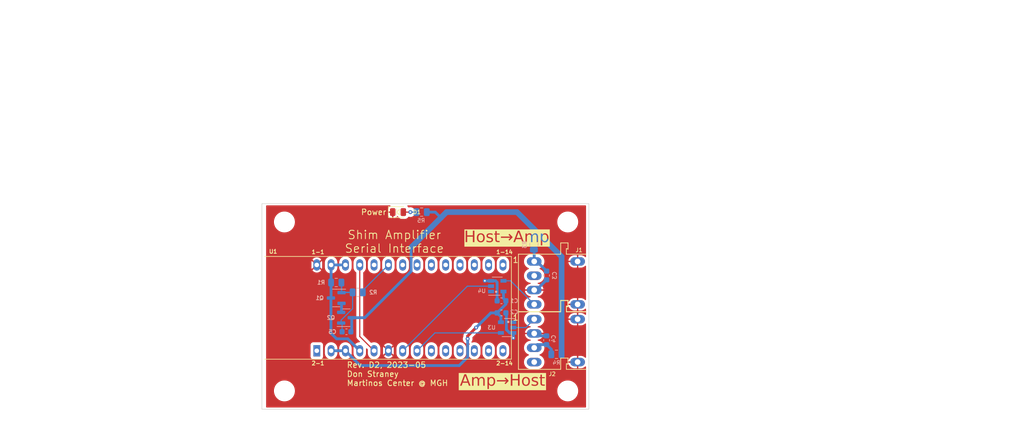
<source format=kicad_pcb>
(kicad_pcb (version 20241229) (generator "pcbnew") (generator_version "9.0")
  (title_block (title "Shim Amplifier: Serial Interface") (rev "D1") (company "Martinos Center @ MGH") (comment 1 "Don Straney"))
  (layers (0 "F.Cu" signal) (2 "B.Cu" signal) (13 "F.Paste" user) (15 "B.Paste" user) (5 "F.SilkS" user "F.Silkscreen") (7 "B.SilkS" user "B.Silkscreen") (1 "F.Mask" user) (3 "B.Mask" user) (25 "Edge.Cuts" user))
  (net 0 "")
  (net 1 "GND")
  (net 2 "+3V3")
  (net 3 "Net-(J1-VCCT)")
  (net 4 "Net-(J2-VCCR)")
  (net 5 "Net-(Q1-G)")
  (net 6 "Net-(D1-A)")
  (net 8 "Net-(J1-Data_in)")
  (net 9 "Net-(J2-Data_Out)")
  (net 11 "Net-(Q1-S)")
  (net 12 "Net-(Q1-D)")
  (net 13 "/~{PWREN}")
  (net 14 "Net-(U1-PU1)")
  (net 17 "+5V")
  (net 24 "/Tx")
  (net 26 "/Rx")
  (footprint "MountingHole:MountingHole_3.2mm_M3" (layer "F.Cu") (at 165.25 123)
    (property "Reference" "H3" (hide yes))
    (property "Value" "#4 / M3" (hide yes))
    (pad "" np_thru_hole circle (at 0 0) (size 3.2 3.2) (drill 3.2) (layers "*.Cu" "*.Mask"))
  )
  (footprint "Martinos:AFBR-xx2xZ" (layer "F.Cu") (at 165.00388 103.82 -90)
    (property "Reference" "J1" (at -5.82 -2.24612 180) (layer "F.SilkS") (effects (font (size 0.7 0.7) (thickness 0.12))))
    (property "Value" "AFBR-1624Z" (hide yes))
    (fp_line (start 5.1 8.5) (end -5.1 8.5) (stroke (width 0.13)) (layer "F.SilkS"))
    (fp_line (start -5.1 1.00076) (end -5.1 8.5) (stroke (width 0.13)) (layer "F.SilkS"))
    (fp_line (start 5.1 1.00076) (end 5.1 8.5) (stroke (width 0.13)) (layer "F.SilkS"))
    (fp_line (start -7.1 1) (end -7.1 -0.3) (stroke (width 0.13)) (layer "F.SilkS"))
    (fp_line (start -5.1 1) (end -7.1 1) (stroke (width 0.13)) (layer "F.SilkS"))
    (fp_line (start 3.1 1) (end 3.1 -0.3) (stroke (width 0.13)) (layer "F.SilkS"))
    (fp_line (start 5.1 1) (end 3.1 1) (stroke (width 0.13)) (layer "F.SilkS"))
    (fp_line (start -6.1 0) (end -5.1 0) (stroke (width 0.13)) (layer "F.SilkS"))
    (fp_line (start -5.1 0) (end -5.1 -3.5) (stroke (width 0.13)) (layer "F.SilkS"))
    (fp_line (start 4.1 0) (end 5.1 0) (stroke (width 0.13)) (layer "F.SilkS"))
    (fp_line (start 5.1 0) (end 5.1 -3.5) (stroke (width 0.13)) (layer "F.SilkS"))
    (fp_line (start -7.1 -0.3) (end -6 -0.3) (stroke (width 0.13)) (layer "F.SilkS"))
    (fp_line (start -6 -0.3) (end -6.1 0) (stroke (width 0.13)) (layer "F.SilkS"))
    (fp_line (start 3.1 -0.3) (end 4.2 -0.3) (stroke (width 0.13)) (layer "F.SilkS"))
    (fp_line (start 4.2 -0.3) (end 4.1 0) (stroke (width 0.13)) (layer "F.SilkS"))
    (fp_text user "1" (at -4.07 9.00388 180) (layer "F.SilkS"))
    (pad "1" thru_hole oval (at -3.81 5.7 270) (size 1.5 2.6) (drill 1) (layers "*.Cu" "*.Mask") (net 3 "Net-(J1-VCCT)"))
    (pad "2" thru_hole oval (at -1.27 5.7 270) (size 1.5 2.6) (drill 1) (layers "*.Cu" "*.Mask"))
    (pad "3" thru_hole oval (at 1.27 5.7 270) (size 1.5 2.6) (drill 1) (layers "*.Cu" "*.Mask") (net 1 "GND"))
    (pad "4" thru_hole oval (at 3.81 5.7 270) (size 1.5 2.6) (drill 1) (layers "*.Cu" "*.Mask") (net 8 "Net-(J1-Data_in)"))
    (pad "5" thru_hole oval (at 3.81 -2 270) (size 1.5 2.6) (drill 1) (layers "*.Cu" "*.Mask") (net 1 "GND"))
    (pad "8" thru_hole oval (at -3.81 -2 270) (size 1.5 2.6) (drill 1) (layers "*.Cu" "*.Mask") (net 1 "GND"))
  )
  (footprint "Don:FTDI_UM232H" (layer "F.Cu") (at 137.25 108.25)
    (property "Reference" "U1" (at -24.25 -10 180) (layer "F.SilkS") (effects (font (size 0.7 0.7))))
    (property "Value" "UM232H")
    (fp_line (start -25.75 9.125) (end 18 9.125) (stroke (width 0.12)) (layer "F.SilkS"))
    (fp_line (start 18 -9.125) (end -25.75 -9.125) (stroke (width 0.12)) (layer "F.SilkS"))
    (fp_line (start 18 9.125) (end 18 -9.125) (stroke (width 0.12)) (layer "F.SilkS"))
    (fp_text user "1-14" (at 15.25 -9.5 0) (layer "F.SilkS") (effects (font (size 0.7 0.7) (thickness 0.15) (bold yes)) (justify left bottom)))
    (fp_text user "2-1" (at -17.5 10.25 0) (layer "F.SilkS") (effects (font (size 0.7 0.7) (thickness 0.15) (bold yes)) (justify left bottom)))
    (fp_text user "1-1" (at -17.5 -9.5 0) (layer "F.SilkS") (effects (font (size 0.7 0.7) (thickness 0.15) (bold yes)) (justify left bottom)))
    (fp_text user "2-14" (at 15.25 10.25 0) (layer "F.SilkS") (effects (font (size 0.7 0.7) (thickness 0.15) (bold yes)) (justify left bottom)))
    (pad "1-1" thru_hole oval (at -16.51 -7.62) (size 1.2 2) (drill 0.8) (layers "*.Cu" "*.Mask") (net 1 "GND"))
    (pad "1-2" thru_hole oval (at -13.97 -7.62) (size 1.2 2) (drill 0.8) (layers "*.Cu" "*.Mask") (net 12 "Net-(Q1-D)"))
    (pad "1-3" thru_hole oval (at -11.43 -7.62) (size 1.2 2) (drill 0.8) (layers "*.Cu" "*.Mask") (net 12 "Net-(Q1-D)"))
    (pad "1-4" thru_hole oval (at -8.89 -7.62) (size 1.2 2) (drill 0.8) (layers "*.Cu" "*.Mask") (net 14 "Net-(U1-PU1)"))
    (pad "1-5" thru_hole oval (at -6.35 -7.62) (size 1.2 2) (drill 0.8) (layers "*.Cu" "*.Mask"))
    (pad "1-6" thru_hole oval (at -3.81 -7.62) (size 1.2 2) (drill 0.8) (layers "*.Cu" "*.Mask") (net 13 "/~{PWREN}"))
    (pad "1-7" thru_hole oval (at -1.27 -7.62) (size 1.2 2) (drill 0.8) (layers "*.Cu" "*.Mask"))
    (pad "1-8" thru_hole oval (at 1.27 -7.62) (size 1.2 2) (drill 0.8) (layers "*.Cu" "*.Mask"))
    (pad "1-9" thru_hole oval (at 3.81 -7.62) (size 1.2 2) (drill 0.8) (layers "*.Cu" "*.Mask"))
    (pad "1-10" thru_hole oval (at 6.35 -7.62) (size 1.2 2) (drill 0.8) (layers "*.Cu" "*.Mask"))
    (pad "1-11" thru_hole oval (at 8.89 -7.62) (size 1.2 2) (drill 0.8) (layers "*.Cu" "*.Mask"))
    (pad "1-12" thru_hole oval (at 11.43 -7.62) (size 1.2 2) (drill 0.8) (layers "*.Cu" "*.Mask"))
    (pad "1-13" thru_hole oval (at 13.97 -7.62) (size 1.2 2) (drill 0.8) (layers "*.Cu" "*.Mask"))
    (pad "1-14" thru_hole oval (at 16.51 -7.62) (size 1.2 2) (drill 0.8) (layers "*.Cu" "*.Mask"))
    (pad "2-1" thru_hole rect (at -16.51 7.62) (size 1.2 2) (drill 0.8) (layers "*.Cu" "*.Mask"))
    (pad "2-2" thru_hole oval (at -13.97 7.62) (size 1.2 2) (drill 0.8) (layers "*.Cu" "*.Mask") (net 2 "+3V3"))
    (pad "2-3" thru_hole oval (at -11.43 7.62) (size 1.2 2) (drill 0.8) (layers "*.Cu" "*.Mask") (net 2 "+3V3"))
    (pad "2-4" thru_hole oval (at -8.89 7.62) (size 1.2 2) (drill 0.8) (layers "*.Cu" "*.Mask") (net 12 "Net-(Q1-D)"))
    (pad "2-5" thru_hole oval (at -6.35 7.62) (size 1.2 2) (drill 0.8) (layers "*.Cu" "*.Mask") (net 14 "Net-(U1-PU1)"))
    (pad "2-6" thru_hole oval (at -3.81 7.62) (size 1.2 2) (drill 0.8) (layers "*.Cu" "*.Mask") (net 1 "GND"))
    (pad "2-7" thru_hole oval (at -1.27 7.62) (size 1.2 2) (drill 0.8) (layers "*.Cu" "*.Mask") (net 24 "/Tx"))
    (pad "2-8" thru_hole oval (at 1.27 7.62) (size 1.2 2) (drill 0.8) (layers "*.Cu" "*.Mask") (net 26 "/Rx"))
    (pad "2-9" thru_hole oval (at 3.81 7.62) (size 1.2 2) (drill 0.8) (layers "*.Cu" "*.Mask"))
    (pad "2-10" thru_hole oval (at 6.35 7.62) (size 1.2 2) (drill 0.8) (layers "*.Cu" "*.Mask"))
    (pad "2-11" thru_hole oval (at 8.89 7.62) (size 1.2 2) (drill 0.8) (layers "*.Cu" "*.Mask"))
    (pad "2-12" thru_hole oval (at 11.43 7.62) (size 1.2 2) (drill 0.8) (layers "*.Cu" "*.Mask"))
    (pad "2-13" thru_hole oval (at 13.97 7.62) (size 1.2 2) (drill 0.8) (layers "*.Cu" "*.Mask"))
    (pad "2-14" thru_hole oval (at 16.51 7.62) (size 1.2 2) (drill 0.8) (layers "*.Cu" "*.Mask"))
  )
  (footprint "Martinos:AFBR-xx2xZ" (layer "F.Cu") (at 165.00388 114.07 -90)
    (property "Reference" "J2" (at 5.93 2.50388 0) (layer "F.SilkS") (effects (font (size 0.7 0.7) (thickness 0.12))))
    (property "Value" "AFBR-2624Z" (hide yes))
    (fp_line (start 5.1 8.5) (end -5.1 8.5) (stroke (width 0.13)) (layer "F.SilkS"))
    (fp_line (start -5.1 1.00076) (end -5.1 8.5) (stroke (width 0.13)) (layer "F.SilkS"))
    (fp_line (start 5.1 1.00076) (end 5.1 8.5) (stroke (width 0.13)) (layer "F.SilkS"))
    (fp_line (start -7.1 1) (end -7.1 -0.3) (stroke (width 0.13)) (layer "F.SilkS"))
    (fp_line (start -5.1 1) (end -7.1 1) (stroke (width 0.13)) (layer "F.SilkS"))
    (fp_line (start 3.1 1) (end 3.1 -0.3) (stroke (width 0.13)) (layer "F.SilkS"))
    (fp_line (start 5.1 1) (end 3.1 1) (stroke (width 0.13)) (layer "F.SilkS"))
    (fp_line (start -6.1 0) (end -5.1 0) (stroke (width 0.13)) (layer "F.SilkS"))
    (fp_line (start -5.1 0) (end -5.1 -3.5) (stroke (width 0.13)) (layer "F.SilkS"))
    (fp_line (start 4.1 0) (end 5.1 0) (stroke (width 0.13)) (layer "F.SilkS"))
    (fp_line (start 5.1 0) (end 5.1 -3.5) (stroke (width 0.13)) (layer "F.SilkS"))
    (fp_line (start -7.1 -0.3) (end -6 -0.3) (stroke (width 0.13)) (layer "F.SilkS"))
    (fp_line (start -6 -0.3) (end -6.1 0) (stroke (width 0.13)) (layer "F.SilkS"))
    (fp_line (start 3.1 -0.3) (end 4.2 -0.3) (stroke (width 0.13)) (layer "F.SilkS"))
    (fp_line (start 4.2 -0.3) (end 4.1 0) (stroke (width 0.13)) (layer "F.SilkS"))
    (fp_text user "1" (at -4.07 9.00388 180) (layer "F.SilkS"))
    (pad "1" thru_hole oval (at -3.81 5.7 270) (size 1.5 2.6) (drill 1) (layers "*.Cu" "*.Mask") (net 9 "Net-(J2-Data_Out)"))
    (pad "2" thru_hole oval (at -1.27 5.7 270) (size 1.5 2.6) (drill 1) (layers "*.Cu" "*.Mask") (net 1 "GND"))
    (pad "3" thru_hole oval (at 1.27 5.7 270) (size 1.5 2.6) (drill 1) (layers "*.Cu" "*.Mask") (net 4 "Net-(J2-VCCR)"))
    (pad "4" thru_hole oval (at 3.81 5.7 270) (size 1.5 2.6) (drill 1) (layers "*.Cu" "*.Mask"))
    (pad "5" thru_hole oval (at 3.81 -2 270) (size 1.5 2.6) (drill 1) (layers "*.Cu" "*.Mask") (net 1 "GND"))
    (pad "8" thru_hole oval (at -3.81 -2 270) (size 1.5 2.6) (drill 1) (layers "*.Cu" "*.Mask") (net 1 "GND"))
  )
  (footprint "Martinos_std:LED_0805_2012Metric" (layer "F.Cu") (at 135.15 91.25)
    (property "Reference" "D1" (at 3.35 0 0) (layer "F.SilkS") (effects (font (size 0.7 0.7) (thickness 0.12))))
    (property "Value" "Green" (hide yes))
    (fp_line (start -1.685 -0.96) (end -1.685 0.96) (stroke (width 0.12)) (layer "F.SilkS"))
    (fp_line (start -1.685 0.96) (end 1 0.96) (stroke (width 0.12)) (layer "F.SilkS"))
    (fp_line (start -0.25 -0.6) (end -0.25 0.6) (stroke (width 0.12)) (layer "F.SilkS"))
    (fp_line (start -0.25 0) (end 0.25 -0.5) (stroke (width 0.12)) (layer "F.SilkS"))
    (fp_line (start 0.25 -0.5) (end 0.25 0.5) (stroke (width 0.12)) (layer "F.SilkS"))
    (fp_line (start 0.25 0.5) (end -0.25 0) (stroke (width 0.12)) (layer "F.SilkS"))
    (fp_line (start 1 -0.96) (end -1.685 -0.96) (stroke (width 0.12)) (layer "F.SilkS"))
    (pad "1" smd roundrect (at -0.9375 0) (size 0.975 1.4) (layers "F.Cu" "F.Mask" "F.Paste") (net 1 "GND"))
    (pad "2" smd roundrect (at 0.9375 0) (size 0.975 1.4) (layers "F.Cu" "F.Mask" "F.Paste") (net 6 "Net-(D1-A)"))
  )
  (footprint "MountingHole:MountingHole_3.2mm_M3" (layer "F.Cu") (at 115 123)
    (property "Reference" "H1" (hide yes))
    (property "Value" "#4 / M3" (hide yes))
    (pad "" np_thru_hole circle (at 0 0) (size 3.2 3.2) (drill 3.2) (layers "*.Cu" "*.Mask"))
  )
  (footprint "MountingHole:MountingHole_3.2mm_M3" (layer "F.Cu") (at 165.25 93)
    (property "Reference" "H4" (hide yes))
    (property "Value" "#4 / M3" (hide yes))
    (pad "" np_thru_hole circle (at 0 0) (size 3.2 3.2) (drill 3.2) (layers "*.Cu" "*.Mask"))
  )
  (footprint "MountingHole:MountingHole_3.2mm_M3" (layer "F.Cu") (at 115 93)
    (property "Reference" "H2" (hide yes))
    (property "Value" "#4 / M3" (hide yes))
    (pad "" np_thru_hole circle (at 0 0) (size 3.2 3.2) (drill 3.2) (layers "*.Cu" "*.Mask"))
  )
  (footprint "Package_TO_SOT_SMD:SOT-23" (layer "B.Cu") (at 126 110)
    (property "Reference" "Q2" (at -2.75 0 0) (layer "B.SilkS") (effects (font (size 0.7 0.7)) (justify mirror)))
    (property "Value" "??")
    (fp_line (start 0 -1.56) (end -0.65 -1.56) (stroke (width 0.12)) (layer "B.SilkS"))
    (fp_line (start 0 -1.56) (end 0.65 -1.56) (stroke (width 0.12)) (layer "B.SilkS"))
    (fp_line (start 0 1.56) (end -1.675 1.56) (stroke (width 0.12)) (layer "B.SilkS"))
    (fp_line (start 0 1.56) (end 0.65 1.56) (stroke (width 0.12)) (layer "B.SilkS"))
    (pad "1" smd roundrect (at -0.9375 0.95) (size 1.475 0.6) (layers "B.Cu" "B.Mask" "B.Paste") (net 5 "Net-(Q1-G)"))
    (pad "2" smd roundrect (at -0.9375 -0.95) (size 1.475 0.6) (layers "B.Cu" "B.Mask" "B.Paste") (net 11 "Net-(Q1-S)"))
    (pad "3" smd roundrect (at 0.9375 0) (size 1.475 0.6) (layers "B.Cu" "B.Mask" "B.Paste") (net 17 "+5V"))
  )
  (footprint "Capacitor_SMD:C_0603_1608Metric" (layer "B.Cu") (at 161.5 102.5 90)
    (property "Reference" "C3" (at 0 1.43 90) (layer "B.SilkS") (effects (font (size 0.7 0.7) (thickness 0.12)) (justify mirror)))
    (property "Value" "1uF 16V X7R" (hide yes))
    (fp_line (start -0.14058 -0.51) (end 0.14058 -0.51) (stroke (width 0.12)) (layer "B.SilkS"))
    (fp_line (start -0.14058 0.51) (end 0.14058 0.51) (stroke (width 0.12)) (layer "B.SilkS"))
    (pad "1" smd roundrect (at -0.775 0 90) (size 0.9 0.95) (layers "B.Cu" "B.Mask" "B.Paste") (net 1 "GND"))
    (pad "2" smd roundrect (at 0.775 0 90) (size 0.9 0.95) (layers "B.Cu" "B.Mask" "B.Paste") (net 3 "Net-(J1-VCCT)"))
  )
  (footprint "Package_TO_SOT_SMD:SOT-23" (layer "B.Cu") (at 124.1875 106.5 180)
    (property "Reference" "Q1" (at 2.9375 0 0) (layer "B.SilkS") (effects (font (size 0.7 0.7)) (justify mirror)))
    (property "Value" "??")
    (fp_line (start 0 1.56) (end 0.65 1.56) (stroke (width 0.12)) (layer "B.SilkS"))
    (fp_line (start 0 1.56) (end -1.675 1.56) (stroke (width 0.12)) (layer "B.SilkS"))
    (fp_line (start 0 -1.56) (end 0.65 -1.56) (stroke (width 0.12)) (layer "B.SilkS"))
    (fp_line (start 0 -1.56) (end -0.65 -1.56) (stroke (width 0.12)) (layer "B.SilkS"))
    (pad "1" smd roundrect (at -0.9375 0.95 180) (size 1.475 0.6) (layers "B.Cu" "B.Mask" "B.Paste") (net 5 "Net-(Q1-G)"))
    (pad "2" smd roundrect (at -0.9375 -0.95 180) (size 1.475 0.6) (layers "B.Cu" "B.Mask" "B.Paste") (net 11 "Net-(Q1-S)"))
    (pad "3" smd roundrect (at 0.9375 0 180) (size 1.475 0.6) (layers "B.Cu" "B.Mask" "B.Paste") (net 12 "Net-(Q1-D)"))
  )
  (footprint "Resistor_SMD:R_0805_2012Metric" (layer "B.Cu") (at 124.1875 103.75)
    (property "Reference" "R1" (at -2.6875 0 0) (layer "B.SilkS") (effects (font (size 0.7 0.7)) (justify mirror)))
    (property "Value" "100K")
    (fp_line (start -0.227064 -0.735) (end 0.227064 -0.735) (stroke (width 0.12)) (layer "B.SilkS"))
    (fp_line (start -0.227064 0.735) (end 0.227064 0.735) (stroke (width 0.12)) (layer "B.SilkS"))
    (pad "1" smd roundrect (at -0.9125 0) (size 1.025 1.4) (layers "B.Cu" "B.Mask" "B.Paste") (roundrect_rratio 0.243902) (net 12 "Net-(Q1-D)"))
    (pad "2" smd roundrect (at 0.9125 0) (size 1.025 1.4) (layers "B.Cu" "B.Mask" "B.Paste") (roundrect_rratio 0.243902) (net 5 "Net-(Q1-G)"))
  )
  (footprint "Resistor_SMD:R_0805_2012Metric" (layer "B.Cu") (at 128 105.5)
    (property "Reference" "R2" (at 2.75 0 0) (layer "B.SilkS") (effects (font (size 0.7 0.7)) (justify mirror)))
    (property "Value" "1K")
    (fp_line (start -0.227064 -0.735) (end 0.227064 -0.735) (stroke (width 0.12)) (layer "B.SilkS"))
    (fp_line (start -0.227064 0.735) (end 0.227064 0.735) (stroke (width 0.12)) (layer "B.SilkS"))
    (pad "1" smd roundrect (at -0.9125 0) (size 1.025 1.4) (layers "B.Cu" "B.Mask" "B.Paste") (roundrect_rratio 0.243902) (net 5 "Net-(Q1-G)"))
    (pad "2" smd roundrect (at 0.9125 0) (size 1.025 1.4) (layers "B.Cu" "B.Mask" "B.Paste") (roundrect_rratio 0.243902) (net 13 "/~{PWREN}"))
  )
  (footprint "Capacitor_SMD:C_0603_1608Metric" (layer "B.Cu") (at 153.5 109.15 180)
    (property "Reference" "C1" (at -2.25 2.15 0) (layer "B.SilkS") (effects (font (size 0.7 0.7) (thickness 0.12)) (justify mirror)))
    (property "Value" "1uF 16V X7R" (hide yes))
    (fp_line (start -0.14058 0.51) (end 0.14058 0.51) (stroke (width 0.12)) (layer "B.SilkS"))
    (fp_line (start -0.14058 -0.51) (end 0.14058 -0.51) (stroke (width 0.12)) (layer "B.SilkS"))
    (pad "1" smd roundrect (at -0.775 0 180) (size 0.9 0.95) (layers "B.Cu" "B.Mask" "B.Paste") (net 1 "GND"))
    (pad "2" smd roundrect (at 0.775 0 180) (size 0.9 0.95) (layers "B.Cu" "B.Mask" "B.Paste") (net 2 "+3V3"))
  )
  (footprint "Resistor_SMD:R_0805_2012Metric" (layer "B.Cu") (at 163.25 116.5 180)
    (property "Reference" "R4" (at 0 -1.5 0) (layer "B.SilkS") (effects (font (size 0.7 0.7) (thickness 0.12)) (justify mirror)))
    (property "Value" "1" (hide yes))
    (fp_line (start -0.227064 0.735) (end 0.227064 0.735) (stroke (width 0.12)) (layer "B.SilkS"))
    (fp_line (start -0.227064 -0.735) (end 0.227064 -0.735) (stroke (width 0.12)) (layer "B.SilkS"))
    (pad "1" smd roundrect (at -0.9125 0 180) (size 1.025 1.4) (layers "B.Cu" "B.Mask" "B.Paste") (roundrect_rratio 0.243902439) (net 17 "+5V"))
    (pad "2" smd roundrect (at 0.9125 0 180) (size 1.025 1.4) (layers "B.Cu" "B.Mask" "B.Paste") (roundrect_rratio 0.243902439) (net 4 "Net-(J2-VCCR)"))
  )
  (footprint "Capacitor_SMD:C_0603_1608Metric" (layer "B.Cu") (at 153.5 107)
    (property "Reference" "C2" (at 2.25 2 0) (layer "B.SilkS") (effects (font (size 0.7 0.7) (thickness 0.12)) (justify mirror)))
    (property "Value" "1uF 16V X7R" (hide yes))
    (fp_line (start -0.14058 -0.51) (end 0.14058 -0.51) (stroke (width 0.12)) (layer "B.SilkS"))
    (fp_line (start -0.14058 0.51) (end 0.14058 0.51) (stroke (width 0.12)) (layer "B.SilkS"))
    (pad "1" smd roundrect (at -0.775 0) (size 0.9 0.95) (layers "B.Cu" "B.Mask" "B.Paste") (net 1 "GND"))
    (pad "2" smd roundrect (at 0.775 0) (size 0.9 0.95) (layers "B.Cu" "B.Mask" "B.Paste") (net 2 "+3V3"))
  )
  (footprint "Capacitor_SMD:C_0603_1608Metric" (layer "B.Cu") (at 161.5 114 -90)
    (property "Reference" "C4" (at -0.25 -1.25 90) (layer "B.SilkS") (effects (font (size 0.7 0.7) (thickness 0.12)) (justify mirror)))
    (property "Value" "1uF 16V X7R" (hide yes))
    (fp_line (start -0.14058 0.51) (end 0.14058 0.51) (stroke (width 0.12)) (layer "B.SilkS"))
    (fp_line (start -0.14058 -0.51) (end 0.14058 -0.51) (stroke (width 0.12)) (layer "B.SilkS"))
    (pad "1" smd roundrect (at -0.775 0 270) (size 0.9 0.95) (layers "B.Cu" "B.Mask" "B.Paste") (net 1 "GND"))
    (pad "2" smd roundrect (at 0.775 0 270) (size 0.9 0.95) (layers "B.Cu" "B.Mask" "B.Paste") (net 4 "Net-(J2-VCCR)"))
  )
  (footprint "Martinos_std:SOT-23-5" (layer "B.Cu") (at 152.75 104.4)
    (property "Reference" "U4" (at -2.75 0.85 0) (layer "B.SilkS") (effects (font (size 0.7 0.7) (thickness 0.12)) (justify mirror)))
    (property "Value" "74LVC1G14" (hide yes))
    (fp_line (start -0.9 -1.61) (end 0.9 -1.61) (stroke (width 0.12)) (layer "B.SilkS"))
    (fp_line (start 0.5 1.61) (end -1.55 1.61) (stroke (width 0.12)) (layer "B.SilkS"))
    (fp_circle (center -0.2 1) (end -0.1 1) (stroke (width 0.2)) (fill no) (layer "B.SilkS"))
    (pad "1" smd rect (at -1.1 0.95) (size 1.06 0.65) (layers "B.Cu" "B.Mask" "B.Paste"))
    (pad "2" smd rect (at -1.1 0) (size 1.06 0.65) (layers "B.Cu" "B.Mask" "B.Paste") (net 24 "/Tx"))
    (pad "3" smd rect (at -1.1 -0.95) (size 1.06 0.65) (layers "B.Cu" "B.Mask" "B.Paste") (net 1 "GND"))
    (pad "4" smd rect (at 1.1 -0.95) (size 1.06 0.65) (layers "B.Cu" "B.Mask" "B.Paste") (net 8 "Net-(J1-Data_in)"))
    (pad "5" smd rect (at 1.1 0.95) (size 1.06 0.65) (layers "B.Cu" "B.Mask" "B.Paste") (net 2 "+3V3"))
  )
  (footprint "Martinos_std:SOT-23-5" (layer "B.Cu") (at 154.5 111.75 180)
    (property "Reference" "U3" (at 2.75 0 0) (layer "B.SilkS") (effects (font (size 0.7 0.7) (thickness 0.12)) (justify mirror)))
    (property "Value" "74LVC1G14" (hide yes))
    (fp_line (start 0.5 1.61) (end -1.55 1.61) (stroke (width 0.12)) (layer "B.SilkS"))
    (fp_line (start -0.9 -1.61) (end 0.9 -1.61) (stroke (width 0.12)) (layer "B.SilkS"))
    (fp_circle (center -0.2 1) (end -0.1 1) (stroke (width 0.2)) (fill no) (layer "B.SilkS"))
    (pad "1" smd rect (at -1.1 0.95 180) (size 1.06 0.65) (layers "B.Cu" "B.Mask" "B.Paste"))
    (pad "2" smd rect (at -1.1 0 180) (size 1.06 0.65) (layers "B.Cu" "B.Mask" "B.Paste") (net 9 "Net-(J2-Data_Out)"))
    (pad "3" smd rect (at -1.1 -0.95 180) (size 1.06 0.65) (layers "B.Cu" "B.Mask" "B.Paste") (net 1 "GND"))
    (pad "4" smd rect (at 1.1 -0.95 180) (size 1.06 0.65) (layers "B.Cu" "B.Mask" "B.Paste") (net 26 "/Rx"))
    (pad "5" smd rect (at 1.1 0.95 180) (size 1.06 0.65) (layers "B.Cu" "B.Mask" "B.Paste") (net 2 "+3V3"))
  )
  (footprint "Resistor_SMD:R_0805_2012Metric" (layer "B.Cu") (at 159.25 97 -90)
    (property "Reference" "R3" (at 0 1.65 90) (layer "B.SilkS") (effects (font (size 0.7 0.7) (thickness 0.12)) (justify mirror)))
    (property "Value" "1" (hide yes))
    (fp_line (start -0.227064 0.735) (end 0.227064 0.735) (stroke (width 0.12)) (layer "B.SilkS"))
    (fp_line (start -0.227064 -0.735) (end 0.227064 -0.735) (stroke (width 0.12)) (layer "B.SilkS"))
    (pad "1" smd roundrect (at -0.9125 0 270) (size 1.025 1.4) (layers "B.Cu" "B.Mask" "B.Paste") (roundrect_rratio 0.243902439) (net 17 "+5V"))
    (pad "2" smd roundrect (at 0.9125 0 270) (size 1.025 1.4) (layers "B.Cu" "B.Mask" "B.Paste") (roundrect_rratio 0.243902439) (net 3 "Net-(J1-VCCT)"))
  )
  (footprint "Resistor_SMD:R_0805_2012Metric" (layer "B.Cu") (at 139.3375 91.25 180)
    (property "Reference" "R5" (at 0.0875 -1.5 0) (layer "B.SilkS") (effects (font (size 0.7 0.7) (thickness 0.12)) (justify mirror)))
    (property "Value" "3.3K" (hide yes))
    (fp_line (start -0.227064 0.735) (end 0.227064 0.735) (stroke (width 0.12)) (layer "B.SilkS"))
    (fp_line (start -0.227064 -0.735) (end 0.227064 -0.735) (stroke (width 0.12)) (layer "B.SilkS"))
    (pad "1" smd roundrect (at -0.9125 0 180) (size 1.025 1.4) (layers "B.Cu" "B.Mask" "B.Paste") (roundrect_rratio 0.243902439) (net 17 "+5V"))
    (pad "2" smd roundrect (at 0.9125 0 180) (size 1.025 1.4) (layers "B.Cu" "B.Mask" "B.Paste") (roundrect_rratio 0.243902439) (net 6 "Net-(D1-A)"))
  )
  (footprint "Capacitor_SMD:C_0603_1608Metric" (layer "B.Cu") (at 126 112.5)
    (property "Reference" "C5" (at -2.5 0 0) (layer "B.SilkS") (effects (font (size 0.7 0.7)) (justify mirror)))
    (property "Value" "100nF 50V X7R")
    (fp_line (start -0.14058 -0.51) (end 0.14058 -0.51) (stroke (width 0.12)) (layer "B.SilkS"))
    (fp_line (start -0.14058 0.51) (end 0.14058 0.51) (stroke (width 0.12)) (layer "B.SilkS"))
    (pad "1" smd roundrect (at -0.775 0) (size 0.9 0.95) (layers "B.Cu" "B.Mask" "B.Paste") (net 5 "Net-(Q1-G)"))
    (pad "2" smd roundrect (at 0.775 0) (size 0.9 0.95) (layers "B.Cu" "B.Mask" "B.Paste") (net 17 "+5V"))
  )
  (gr_rect (start 111 89.75) (end 169 126.25) (stroke (width 0.1)) (fill no) (layer "Edge.Cuts"))
  (gr_text "Amp→Host" (at 161.25 121.25 0) (layer "F.SilkS" knockout) (effects (font (size 2 2)) (justify right)))
  (gr_text "Host→Amp" (at 162 95.75 0) (layer "F.SilkS" knockout) (effects (font (size 2 2)) (justify right)))
  (gr_text "Rev. D2, 2023-05\nDon Straney\nMartinos Center @ MGH" (at 126 120 0) (layer "F.SilkS") (effects (font (size 1 1)) (justify left)))
  (gr_text "Shim Amplifier\nSerial Interface" (at 134.5 96.5 0) (layer "F.SilkS") (effects (font (size 1.5 1.5))))
  (gr_text "Power" (at 130.8375 91.25 0) (layer "F.SilkS") (effects (font (size 1 1))))
  (via (at 150.55 103.45) (size 0.7) (drill 0.3) (layers "F.Cu" "B.Cu") (net 1))
  (via (at 155.6 113.6) (size 0.7) (drill 0.3) (layers "F.Cu" "B.Cu") (net 1))
  (segment (start 152.725 103.720978) (end 152.725 107) (width 0.5) (layer "B.Cu") (net 1))
  (segment (start 151.65 103.45) (end 152.454022 103.45) (width 0.5) (layer "B.Cu") (net 1))
  (segment (start 154.95 112.7) (end 155.6 112.7) (width 0.5) (layer "B.Cu") (net 1))
  (segment (start 151.65 103.45) (end 150.55 103.45) (width 0.5) (layer "B.Cu") (net 1))
  (segment (start 154.379511 109.254511) (end 154.379511 112.129511) (width 0.5) (layer "B.Cu") (net 1))
  (segment (start 159.30388 105.09) (end 159.685 105.09) (width 0.5) (layer "B.Cu") (net 1))
  (segment (start 154.275 109.15) (end 154.379511 109.254511) (width 0.5) (layer "B.Cu") (net 1))
  (segment (start 152.454022 103.45) (end 152.725 103.720978) (width 0.5) (layer "B.Cu") (net 1))
  (segment (start 154.379511 112.129511) (end 154.95 112.7) (width 0.5) (layer "B.Cu") (net 1))
  (segment (start 159.72888 113.225) (end 159.30388 112.8) (width 0.5) (layer "B.Cu") (net 1))
  (segment (start 155.6 112.7) (end 155.6 113.6) (width 0.5) (layer "B.Cu") (net 1))
  (segment (start 159.685 105.09) (end 161.5 103.275) (width 0.5) (layer "B.Cu") (net 1))
  (segment (start 161.5 113.225) (end 159.72888 113.225) (width 0.5) (layer "B.Cu") (net 1))
  (segment (start 149 111.75) (end 147.5 113.25) (width 0.5) (layer "F.Cu") (net 2))
  (segment (start 147.5 113.25) (end 147.5 113.75) (width 0.5) (layer "F.Cu") (net 2))
  (via (at 147.5 113.75) (size 0.7) (drill 0.3) (layers "F.Cu" "B.Cu") (net 2))
  (via (at 149 111.75) (size 0.7) (drill 0.3) (layers "F.Cu" "B.Cu") (net 2))
  (segment (start 146.375 118.125) (end 147.5 117) (width 0.5) (layer "B.Cu") (net 2))
  (segment (start 125.82 115.87) (end 128.45 118.5) (width 0.5) (layer "B.Cu") (net 2))
  (segment (start 154.275 107.6) (end 152.725 109.15) (width 0.5) (layer "B.Cu") (net 2))
  (segment (start 153.85 106.575) (end 154.275 107) (width 0.5) (layer "B.Cu") (net 2))
  (segment (start 151.6 109.15) (end 152.725 109.15) (width 0.5) (layer "B.Cu") (net 2))
  (segment (start 147.5 117) (end 147.5 113.75) (width 0.5) (layer "B.Cu") (net 2))
  (segment (start 153.85 105.35) (end 153.85 106.575) (width 0.5) (layer "B.Cu") (net 2))
  (segment (start 154.275 107) (end 154.275 107.6) (width 0.5) (layer "B.Cu") (net 2))
  (segment (start 153.4 109.825) (end 153.4 110.8) (width 0.5) (layer "B.Cu") (net 2))
  (segment (start 128.45 118.5) (end 146 118.5) (width 0.5) (layer "B.Cu") (net 2))
  (segment (start 146 118.5) (end 146.375 118.125) (width 0.5) (layer "B.Cu") (net 2))
  (segment (start 152.725 109.15) (end 153.4 109.825) (width 0.5) (layer "B.Cu") (net 2))
  (segment (start 125.82 115.87) (end 123.28 115.87) (width 0.5) (layer "B.Cu") (net 2))
  (segment (start 149 111.75) (end 151.6 109.15) (width 0.5) (layer "B.Cu") (net 2))
  (segment (start 159.30388 97.96638) (end 159.25 97.9125) (width 0.5) (layer "B.Cu") (net 3))
  (segment (start 159.30388 100.01) (end 159.785 100.01) (width 0.5) (layer "B.Cu") (net 3))
  (segment (start 159.30388 100.01) (end 159.30388 97.96638) (width 0.5) (layer "B.Cu") (net 3))
  (segment (start 159.785 100.01) (end 161.5 101.725) (width 0.5) (layer "B.Cu") (net 3))
  (segment (start 162.3375 115.6125) (end 161.5 114.775) (width 0.5) (layer "B.Cu") (net 4))
  (segment (start 161.5 114.775) (end 159.86888 114.775) (width 0.5) (layer "B.Cu") (net 4))
  (segment (start 162.3375 116.5) (end 162.3375 115.6125) (width 0.5) (layer "B.Cu") (net 4))
  (segment (start 159.86888 114.775) (end 159.30388 115.34) (width 0.5) (layer "B.Cu") (net 4))
  (segment (start 125.125 103.775) (end 125.1 103.75) (width 0.25) (layer "B.Cu") (net 5))
  (segment (start 127.0875 108.398896) (end 127.0875 105.5) (width 0.2) (layer "B.Cu") (net 5))
  (segment (start 125.125 105.55) (end 125.125 103.775) (width 0.25) (layer "B.Cu") (net 5))
  (segment (start 127.0875 105.5) (end 125.175 105.5) (width 0.25) (layer "B.Cu") (net 5))
  (segment (start 125.0625 110.95) (end 125.0625 110.423896) (width 0.2) (layer "B.Cu") (net 5))
  (segment (start 125.175 105.5) (end 125.125 105.55) (width 0.25) (layer "B.Cu") (net 5))
  (segment (start 125.0625 110.423896) (end 127.0875 108.398896) (width 0.2) (layer "B.Cu") (net 5))
  (segment (start 125.225 112.5) (end 125.225 111.1125) (width 0.2) (layer "B.Cu") (net 5))
  (segment (start 125.225 111.1125) (end 125.0625 110.95) (width 0.2) (layer "B.Cu") (net 5))
  (segment (start 136.0875 91.25) (end 137.3375 91.25) (width 0.2) (layer "F.Cu") (net 6))
  (via (at 137.3375 91.25) (size 0.7) (drill 0.3) (layers "F.Cu" "B.Cu") (net 6))
  (segment (start 138.425 91.25) (end 137.3375 91.25) (width 0.2) (layer "B.Cu") (net 6))
  (segment (start 153.85 103.45) (end 155.12388 103.45) (width 0.2) (layer "B.Cu") (net 8))
  (segment (start 155.12388 103.45) (end 159.30388 107.63) (width 0.2) (layer "B.Cu") (net 8))
  (segment (start 155.6 111.75) (end 157.81388 111.75) (width 0.2) (layer "B.Cu") (net 9))
  (segment (start 157.81388 111.75) (end 159.30388 110.26) (width 0.2) (layer "B.Cu") (net 9))
  (segment (start 125.125 108.9875) (end 125.0625 109.05) (width 0.5) (layer "B.Cu") (net 11))
  (segment (start 125.125 107.45) (end 125.125 108.9875) (width 0.5) (layer "B.Cu") (net 11))
  (segment (start 124.25 113.75) (end 126.24 113.75) (width 0.5) (layer "B.Cu") (net 12))
  (segment (start 123.25 112.75) (end 124.25 113.75) (width 0.5) (layer "B.Cu") (net 12))
  (segment (start 123.275 100.635) (end 123.28 100.63) (width 0.5) (layer "B.Cu") (net 12))
  (segment (start 125.82 100.63) (end 123.28 100.63) (width 0.5) (layer "B.Cu") (net 12))
  (segment (start 123.275 103.75) (end 123.275 106.475) (width 0.5) (layer "B.Cu") (net 12))
  (segment (start 123.25 106.5) (end 123.25 112.75) (width 0.5) (layer "B.Cu") (net 12))
  (segment (start 126.24 113.75) (end 128.36 115.87) (width 0.5) (layer "B.Cu") (net 12))
  (segment (start 123.275 106.475) (end 123.25 106.5) (width 0.5) (layer "B.Cu") (net 12))
  (segment (start 123.275 103.75) (end 123.275 100.635) (width 0.5) (layer "B.Cu") (net 12))
  (segment (start 128.9125 105.5) (end 128.9125 105.1575) (width 0.2) (layer "B.Cu") (net 13))
  (segment (start 128.9125 105.1575) (end 133.44 100.63) (width 0.2) (layer "B.Cu") (net 13))
  (segment (start 128.36 100.63) (end 128.36 113.33) (width 0.2) (layer "F.Cu") (net 14))
  (segment (start 128.36 113.33) (end 130.9 115.87) (width 0.2) (layer "F.Cu") (net 14))
  (segment (start 137.47 97.53) (end 140.375 94.625) (width 1) (layer "B.Cu") (net 17))
  (segment (start 126.9375 110) (end 126.9375 112.3375) (width 0.5) (layer "B.Cu") (net 17))
  (segment (start 126.9375 110) (end 129.25 110) (width 0.5) (layer "B.Cu") (net 17))
  (segment (start 129.25 110) (end 137.47 101.78) (width 0.5) (layer "B.Cu") (net 17))
  (segment (start 164.1625 116.5) (end 164.1625 99.1625) (width 1) (layer "B.Cu") (net 17))
  (segment (start 143.75 91.25) (end 156.25 91.25) (width 1) (layer "B.Cu") (net 17))
  (segment (start 156.25 91.25) (end 159.25 94.25) (width 1) (layer "B.Cu") (net 17))
  (segment (start 126.9375 112.3375) (end 126.775 112.5) (width 0.5) (layer "B.Cu") (net 17))
  (segment (start 159.25 96.0875) (end 159.25 94.25) (width 1) (layer "B.Cu") (net 17))
  (segment (start 141.75 91.25) (end 142.75 92.25) (width 0.5) (layer "B.Cu") (net 17))
  (segment (start 164.1625 99.1625) (end 159.25 94.25) (width 1) (layer "B.Cu") (net 17))
  (segment (start 140.25 91.25) (end 141.75 91.25) (width 0.5) (layer "B.Cu") (net 17))
  (segment (start 137.47 101.78) (end 137.47 97.53) (width 0.5) (layer "B.Cu") (net 17))
  (segment (start 142.75 92.25) (end 143.75 91.25) (width 1) (layer "B.Cu") (net 17))
  (segment (start 140.375 94.625) (end 142.75 92.25) (width 1) (layer "B.Cu") (net 17))
  (segment (start 147.45 104.4) (end 150.75 104.4) (width 0.2) (layer "B.Cu") (net 24))
  (segment (start 135.98 115.87) (end 147.45 104.4) (width 0.2) (layer "B.Cu") (net 24))
  (segment (start 151.65 104.4) (end 150.75 104.4) (width 0.2) (layer "B.Cu") (net 24))
  (segment (start 141.69 112.7) (end 153.4 112.7) (width 0.2) (layer "B.Cu") (net 26))
  (segment (start 138.52 115.87) (end 141.69 112.7) (width 0.2) (layer "B.Cu") (net 26))
  (zone (net 1) (net_name "GND") (layer "F.Cu") (connect_pads (clearance 0.508)) (min_thickness 0.2) (fill yes (thermal_gap 0.35) (thermal_bridge_width 0.25))
    (polygon (pts (xy 168.5 131) (xy 111.75 131) (xy 111.75 88) (xy 168.5 88)))
  )
)
</source>
